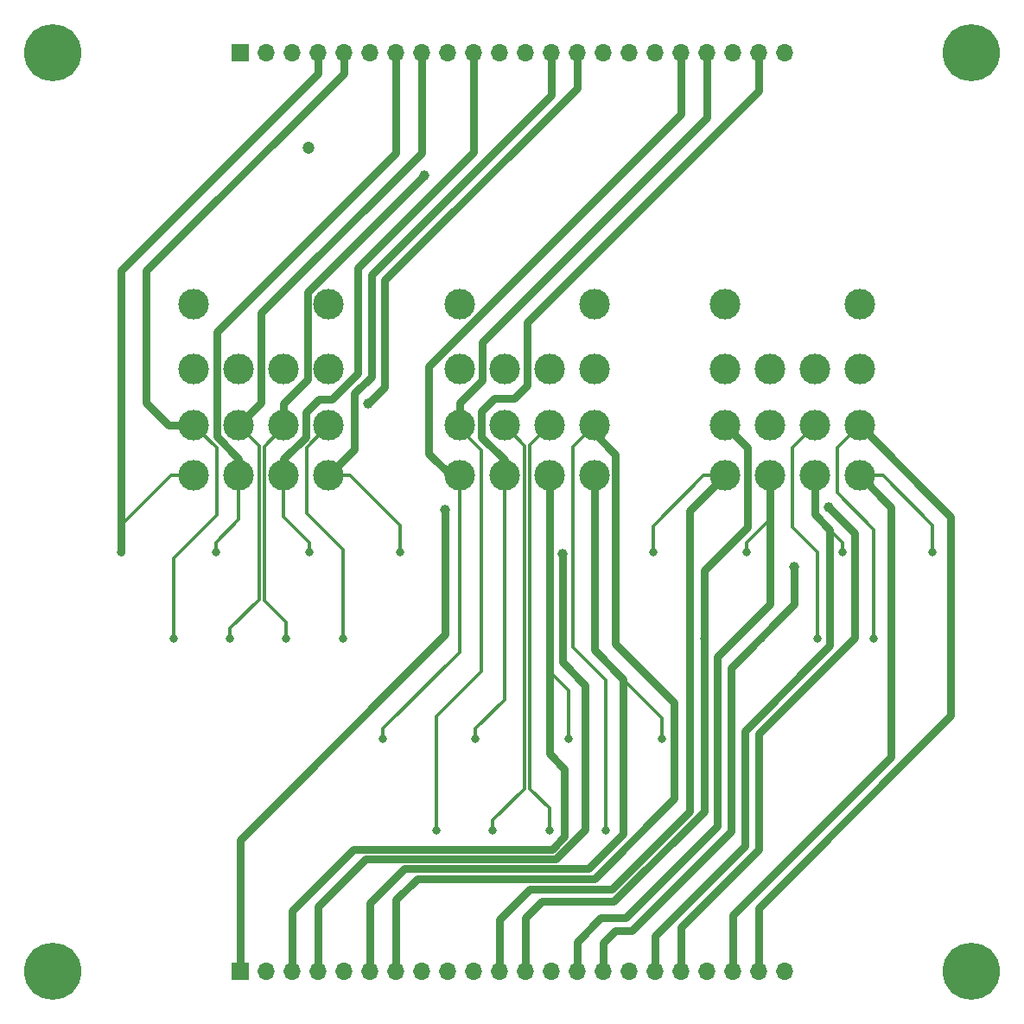
<source format=gbr>
%TF.GenerationSoftware,KiCad,Pcbnew,(5.1.9)-1*%
%TF.CreationDate,2021-11-07T00:19:35+01:00*%
%TF.ProjectId,RelayBoard,52656c61-7942-46f6-9172-642e6b696361,Version 1 *%
%TF.SameCoordinates,Original*%
%TF.FileFunction,Copper,L3,Inr*%
%TF.FilePolarity,Positive*%
%FSLAX46Y46*%
G04 Gerber Fmt 4.6, Leading zero omitted, Abs format (unit mm)*
G04 Created by KiCad (PCBNEW (5.1.9)-1) date 2021-11-07 00:19:35*
%MOMM*%
%LPD*%
G01*
G04 APERTURE LIST*
%TA.AperFunction,ComponentPad*%
%ADD10C,5.600000*%
%TD*%
%TA.AperFunction,ComponentPad*%
%ADD11R,1.700000X1.700000*%
%TD*%
%TA.AperFunction,ComponentPad*%
%ADD12O,1.700000X1.700000*%
%TD*%
%TA.AperFunction,ComponentPad*%
%ADD13C,3.000000*%
%TD*%
%TA.AperFunction,ViaPad*%
%ADD14C,0.800000*%
%TD*%
%TA.AperFunction,ViaPad*%
%ADD15C,1.000000*%
%TD*%
%TA.AperFunction,ViaPad*%
%ADD16C,1.200000*%
%TD*%
%TA.AperFunction,Conductor*%
%ADD17C,0.300000*%
%TD*%
%TA.AperFunction,Conductor*%
%ADD18C,0.750000*%
%TD*%
%TA.AperFunction,Conductor*%
%ADD19C,0.500000*%
%TD*%
G04 APERTURE END LIST*
D10*
%TO.N,N/C*%
%TO.C,H1*%
X155320000Y-100190000D03*
%TD*%
%TO.N,N/C*%
%TO.C,H2*%
X65320000Y-190190000D03*
%TD*%
%TO.N,N/C*%
%TO.C,H3*%
X65320000Y-100190000D03*
%TD*%
%TO.N,N/C*%
%TO.C,H4*%
X155320000Y-190190000D03*
%TD*%
D11*
%TO.N,R1+*%
%TO.C,1*%
X83665000Y-100215000D03*
D12*
%TO.N,R1-*%
X86205000Y-100215000D03*
%TO.N,COM1_1*%
X88745000Y-100215000D03*
%TO.N,NC1_1*%
X91285000Y-100215000D03*
%TO.N,NO1_1*%
X93825000Y-100215000D03*
%TO.N,COM1_2*%
X96365000Y-100215000D03*
%TO.N,NC1_2*%
X98905000Y-100215000D03*
%TO.N,NO1_2*%
X101445000Y-100215000D03*
%TO.N,COM1_3*%
X103985000Y-100215000D03*
%TO.N,NC1_3*%
X106525000Y-100215000D03*
%TO.N,NO1_3*%
X109065000Y-100215000D03*
%TO.N,COM1_4*%
X111605000Y-100215000D03*
%TO.N,NC1_4*%
X114145000Y-100215000D03*
%TO.N,NO1_4*%
X116685000Y-100215000D03*
%TO.N,R2+*%
X119225000Y-100215000D03*
%TO.N,R2-*%
X121765000Y-100215000D03*
%TO.N,COM2_1*%
X124305000Y-100215000D03*
%TO.N,NC2_1*%
X126845000Y-100215000D03*
%TO.N,NO2_1*%
X129385000Y-100215000D03*
%TO.N,COM2_2*%
X131925000Y-100215000D03*
%TO.N,NC2_2*%
X134465000Y-100215000D03*
%TO.N,G*%
X137005000Y-100215000D03*
%TD*%
%TO.N,G*%
%TO.C,44*%
X137005000Y-190215000D03*
%TO.N,NO3_4*%
X134465000Y-190215000D03*
%TO.N,NC3_4*%
X131925000Y-190215000D03*
%TO.N,COM3_4*%
X129385000Y-190215000D03*
%TO.N,NO3_3*%
X126845000Y-190215000D03*
%TO.N,NC3_3*%
X124305000Y-190215000D03*
%TO.N,COM3_3*%
X121765000Y-190215000D03*
%TO.N,NO3_2*%
X119225000Y-190215000D03*
%TO.N,NC3_2*%
X116685000Y-190215000D03*
%TO.N,COM3_2*%
X114145000Y-190215000D03*
%TO.N,NO3_1*%
X111605000Y-190215000D03*
%TO.N,NC3_1*%
X109065000Y-190215000D03*
%TO.N,COM3_1*%
X106525000Y-190215000D03*
%TO.N,R3-*%
X103985000Y-190215000D03*
%TO.N,R3+*%
X101445000Y-190215000D03*
%TO.N,NO2_4*%
X98905000Y-190215000D03*
%TO.N,NC2_4*%
X96365000Y-190215000D03*
%TO.N,COM2_4*%
X93825000Y-190215000D03*
%TO.N,NO2_3*%
X91285000Y-190215000D03*
%TO.N,NC2_3*%
X88745000Y-190215000D03*
%TO.N,COM2_3*%
X86205000Y-190215000D03*
D11*
%TO.N,NO2_2*%
X83665000Y-190215000D03*
%TD*%
D13*
%TO.N,NC1_1*%
%TO.C,K1*%
X79130001Y-141640001D03*
%TO.N,NC1_2*%
X83530001Y-141640001D03*
%TO.N,NC1_3*%
X87930001Y-141640001D03*
%TO.N,NC1_4*%
X92330001Y-141640001D03*
%TO.N,NO1_1*%
X79130001Y-136740001D03*
%TO.N,NO1_2*%
X83530001Y-136740001D03*
%TO.N,NO1_3*%
X87930001Y-136740001D03*
%TO.N,NO1_4*%
X92330001Y-136740001D03*
%TO.N,COM1_1*%
X79130001Y-131240001D03*
%TO.N,COM1_2*%
X83530001Y-131240001D03*
%TO.N,COM1_3*%
X87930001Y-131240001D03*
%TO.N,COM1_4*%
X92330001Y-131240001D03*
%TO.N,R1-*%
X79130001Y-124890001D03*
%TO.N,Net-(F1-Pad1)*%
X92330001Y-124890001D03*
%TD*%
%TO.N,Net-(F3-Pad1)*%
%TO.C,K3*%
X144350000Y-124890001D03*
%TO.N,R3-*%
X131150000Y-124890001D03*
%TO.N,COM3_4*%
X144350000Y-131240001D03*
%TO.N,COM3_3*%
X139950000Y-131240001D03*
%TO.N,COM3_2*%
X135550000Y-131240001D03*
%TO.N,COM3_1*%
X131150000Y-131240001D03*
%TO.N,NO3_4*%
X144350000Y-136740001D03*
%TO.N,NO3_3*%
X139950000Y-136740001D03*
%TO.N,NO3_2*%
X135550000Y-136740001D03*
%TO.N,NO3_1*%
X131150000Y-136740001D03*
%TO.N,NC3_4*%
X144350000Y-141640001D03*
%TO.N,NC3_3*%
X139950000Y-141640001D03*
%TO.N,NC3_2*%
X135550000Y-141640001D03*
%TO.N,NC3_1*%
X131150000Y-141640001D03*
%TD*%
%TO.N,NC2_1*%
%TO.C,K2*%
X105140000Y-141640001D03*
%TO.N,NC2_2*%
X109540000Y-141640001D03*
%TO.N,NC2_3*%
X113940000Y-141640001D03*
%TO.N,NC2_4*%
X118340000Y-141640001D03*
%TO.N,NO2_1*%
X105140000Y-136740001D03*
%TO.N,NO2_2*%
X109540000Y-136740001D03*
%TO.N,NO2_3*%
X113940000Y-136740001D03*
%TO.N,NO2_4*%
X118340000Y-136740001D03*
%TO.N,COM2_1*%
X105140000Y-131240001D03*
%TO.N,COM2_2*%
X109540000Y-131240001D03*
%TO.N,COM2_3*%
X113940000Y-131240001D03*
%TO.N,COM2_4*%
X118340000Y-131240001D03*
%TO.N,R2-*%
X105140000Y-124890001D03*
%TO.N,Net-(F2-Pad1)*%
X118340000Y-124890001D03*
%TD*%
D14*
%TO.N,NO1_2*%
X82660000Y-157640000D03*
%TO.N,NO1_1*%
X77120000Y-157640000D03*
X77120000Y-157640000D03*
%TO.N,NO1_3*%
X88190000Y-157640000D03*
D15*
X101680000Y-112210000D03*
D14*
%TO.N,NO1_4*%
X93720000Y-157640000D03*
D15*
X96230000Y-134610000D03*
D14*
%TO.N,NC1_2*%
X81280000Y-149190000D03*
%TO.N,NC1_1*%
X71980000Y-149190000D03*
%TO.N,NC1_3*%
X90420000Y-149190000D03*
%TO.N,NC1_4*%
X99370000Y-149190000D03*
%TO.N,NO3_2*%
X134680000Y-157580000D03*
D15*
X137940000Y-150580000D03*
D14*
%TO.N,NO3_1*%
X129120000Y-157580000D03*
%TO.N,NO3_3*%
X140210000Y-157580000D03*
D15*
X141360000Y-144760000D03*
D14*
%TO.N,NO3_4*%
X145750000Y-157580000D03*
%TO.N,NC3_2*%
X133300000Y-149190000D03*
%TO.N,NC3_3*%
X142660000Y-149190000D03*
%TO.N,NC3_4*%
X151500000Y-149190000D03*
%TO.N,NO2_2*%
X108410000Y-176430000D03*
D15*
X103740000Y-144980000D03*
D14*
%TO.N,NO2_1*%
X102870000Y-176430000D03*
%TO.N,NO2_3*%
X113940000Y-176430000D03*
D15*
X115210000Y-149330000D03*
D14*
%TO.N,NO2_4*%
X119470000Y-176430000D03*
%TO.N,NC2_2*%
X106700000Y-167460000D03*
%TO.N,NC2_1*%
X97640000Y-167460000D03*
%TO.N,NC2_3*%
X115880000Y-167460000D03*
%TO.N,NC2_4*%
X124980000Y-167460000D03*
D16*
%TO.N,R1+*%
X90340000Y-109560000D03*
D14*
%TO.N,NC3_1*%
X124150000Y-149190000D03*
%TD*%
D17*
%TO.N,NO1_2*%
X85529989Y-138739989D02*
X85529989Y-153770011D01*
X83530001Y-136740001D02*
X85529989Y-138739989D01*
X85529989Y-153770011D02*
X82660000Y-156640000D01*
D18*
X101445000Y-110015000D02*
X101445000Y-100215000D01*
X85740000Y-125720000D02*
X101445000Y-110015000D01*
X85740000Y-134530002D02*
X85740000Y-125720000D01*
X83530001Y-136740001D02*
X85740000Y-134530002D01*
D17*
X82660000Y-157640000D02*
X82660000Y-156640000D01*
D18*
%TO.N,NO1_1*%
X93825000Y-100215000D02*
X93825000Y-102235000D01*
X93825000Y-102235000D02*
X74470000Y-121590000D01*
X74470000Y-121590000D02*
X74470000Y-134530000D01*
X76680001Y-136740001D02*
X79130001Y-136740001D01*
X74470000Y-134530000D02*
X76680001Y-136740001D01*
D17*
X81340000Y-138950000D02*
X79130001Y-136740001D01*
X81340000Y-145550000D02*
X81340000Y-138950000D01*
X77120000Y-149770000D02*
X81340000Y-145550000D01*
X77120000Y-157640000D02*
X77120000Y-149770000D01*
D19*
%TO.N,NO1_3*%
X88210000Y-157630000D02*
X88210000Y-157630000D01*
D17*
X86030000Y-153890000D02*
X88190000Y-156050000D01*
X86030000Y-138790000D02*
X86030000Y-153890000D01*
X88190000Y-156050000D02*
X88190000Y-156640000D01*
X87930001Y-136889999D02*
X86030000Y-138790000D01*
X87930001Y-136740001D02*
X87930001Y-136889999D01*
D18*
X90255000Y-132236002D02*
X90255000Y-123635000D01*
X87930001Y-134561001D02*
X90255000Y-132236002D01*
X87930001Y-136740001D02*
X87930001Y-134561001D01*
X90255000Y-123635000D02*
X101680000Y-112210000D01*
X101680000Y-112210000D02*
X101680000Y-112210000D01*
D17*
X88190000Y-156640000D02*
X88190000Y-157640000D01*
%TO.N,NO1_4*%
X90170000Y-145360000D02*
X93720000Y-148910000D01*
X90170000Y-138900002D02*
X90170000Y-145360000D01*
X92330001Y-136740001D02*
X90170000Y-138900002D01*
D18*
X96230000Y-134610000D02*
X97830000Y-133010000D01*
X97830000Y-133010000D02*
X97830000Y-122510000D01*
X97830000Y-122510000D02*
X116685000Y-103655000D01*
X116685000Y-103655000D02*
X116685000Y-100215000D01*
D17*
X93720000Y-157640000D02*
X93720000Y-156430000D01*
X93720000Y-156430000D02*
X93720000Y-156640000D01*
X93720000Y-148910000D02*
X93720000Y-156430000D01*
%TO.N,NC1_2*%
X83530001Y-145939999D02*
X81280000Y-148190000D01*
X83530001Y-141640001D02*
X83530001Y-145939999D01*
D18*
X81340000Y-127570000D02*
X98905000Y-110005000D01*
X81340000Y-137840000D02*
X81340000Y-127570000D01*
X83530001Y-140030001D02*
X81340000Y-137840000D01*
X98905000Y-110005000D02*
X98905000Y-100215000D01*
X83530001Y-141640001D02*
X83530001Y-140030001D01*
D17*
X81280000Y-149190000D02*
X81280000Y-148190000D01*
%TO.N,NC1_1*%
X71980000Y-146540000D02*
X71980000Y-148190000D01*
X79130001Y-141640001D02*
X76879999Y-141640001D01*
D18*
X71980000Y-121570000D02*
X71980000Y-148190000D01*
X91285000Y-102265000D02*
X71980000Y-121570000D01*
X91285000Y-100215000D02*
X91285000Y-102265000D01*
D17*
X76879999Y-141640001D02*
X71980000Y-146540000D01*
D18*
X71980000Y-146540000D02*
X71980000Y-149190000D01*
D17*
%TO.N,NC1_3*%
X87930001Y-145700001D02*
X90420000Y-148190000D01*
X87930001Y-141640001D02*
X87930001Y-145700001D01*
D18*
X106525000Y-109975000D02*
X106525000Y-100215000D01*
X95170000Y-131600000D02*
X95170000Y-121330000D01*
X92620000Y-134150000D02*
X95170000Y-131600000D01*
X91370000Y-134150000D02*
X92620000Y-134150000D01*
X90090000Y-135430000D02*
X91370000Y-134150000D01*
X90090000Y-137870000D02*
X90090000Y-135430000D01*
X87930001Y-140029999D02*
X90090000Y-137870000D01*
X95170000Y-121330000D02*
X106525000Y-109975000D01*
X87930001Y-141640001D02*
X87930001Y-140029999D01*
D17*
X90420000Y-149190000D02*
X90420000Y-148190000D01*
%TO.N,NC1_4*%
X99370000Y-148190000D02*
X99370000Y-146560000D01*
X94450001Y-141640001D02*
X92330001Y-141640001D01*
X99370000Y-146560000D02*
X94450001Y-141640001D01*
D18*
X96530000Y-121980000D02*
X114145000Y-104365000D01*
X114145000Y-104365000D02*
X114145000Y-100215000D01*
X96530000Y-131960000D02*
X96530000Y-121980000D01*
X94880000Y-133610000D02*
X96530000Y-131960000D01*
X94880000Y-139090002D02*
X94880000Y-133610000D01*
X92330001Y-141640001D02*
X94880000Y-139090002D01*
D17*
X99370000Y-148190000D02*
X99370000Y-149190000D01*
%TO.N,NO3_2*%
X134690000Y-157570000D02*
X134650000Y-157570000D01*
D18*
X120440000Y-186200000D02*
X119225000Y-187415000D01*
X119225000Y-187415000D02*
X119225000Y-190215000D01*
X122037919Y-186200000D02*
X120440000Y-186200000D01*
X131750000Y-160460000D02*
X131750000Y-176487919D01*
X137940000Y-154270000D02*
X131750000Y-160460000D01*
X131750000Y-176487919D02*
X122037919Y-186200000D01*
X137940000Y-150580000D02*
X137940000Y-154270000D01*
D17*
%TO.N,NO3_1*%
X129120000Y-150910000D02*
X129120000Y-156580000D01*
X133200000Y-146830000D02*
X129120000Y-150910000D01*
X133200000Y-138790001D02*
X133200000Y-146830000D01*
X131150000Y-136740001D02*
X133200000Y-138790001D01*
D18*
X111605000Y-184995000D02*
X111605000Y-190215000D01*
X113210000Y-183390000D02*
X111605000Y-184995000D01*
X129095009Y-174514991D02*
X120220000Y-183390000D01*
X129095009Y-150951989D02*
X129095009Y-174514991D01*
X120220000Y-183390000D02*
X113210000Y-183390000D01*
X133330000Y-146716998D02*
X129095009Y-150951989D01*
X133330000Y-138920001D02*
X133330000Y-146716998D01*
X131150000Y-136740001D02*
X133330000Y-138920001D01*
%TO.N,NO3_3*%
X126845000Y-185885000D02*
X126845000Y-190215000D01*
X134480000Y-178250000D02*
X126845000Y-185885000D01*
X134480000Y-166920000D02*
X134480000Y-178250000D01*
X143900000Y-157500000D02*
X134480000Y-166920000D01*
X143900000Y-147300000D02*
X143900000Y-157500000D01*
X141360000Y-144760000D02*
X143900000Y-147300000D01*
D17*
X137780000Y-146690000D02*
X140210000Y-149120000D01*
X137780000Y-138910001D02*
X137780000Y-146690000D01*
X139950000Y-136740001D02*
X137780000Y-138910001D01*
X140210000Y-157580000D02*
X140210000Y-156240000D01*
X140210000Y-156240000D02*
X140210000Y-156580000D01*
X140210000Y-149120000D02*
X140210000Y-156240000D01*
%TO.N,NO3_4*%
X142150000Y-138940001D02*
X142150000Y-143330000D01*
X142150000Y-143330000D02*
X145750000Y-146930000D01*
X144350000Y-136740001D02*
X142150000Y-138940001D01*
D18*
X134465000Y-183995000D02*
X134465000Y-190215000D01*
X153280000Y-165180000D02*
X134465000Y-183995000D01*
X153280000Y-145670001D02*
X153280000Y-165180000D01*
X144350000Y-136740001D02*
X153280000Y-145670001D01*
D17*
X145750000Y-157580000D02*
X145750000Y-156050000D01*
X145750000Y-156050000D02*
X145750000Y-156580000D01*
X145750000Y-146930000D02*
X145750000Y-156050000D01*
D18*
%TO.N,NC3_2*%
X116685000Y-187295000D02*
X116685000Y-190215000D01*
X118980000Y-185000000D02*
X116685000Y-187295000D01*
X130430000Y-176030000D02*
X121460000Y-185000000D01*
X121460000Y-185000000D02*
X118980000Y-185000000D01*
X130430000Y-159386998D02*
X130430000Y-176030000D01*
X135550000Y-154266998D02*
X130430000Y-159386998D01*
X135550000Y-141640001D02*
X135550000Y-154266998D01*
D17*
X135550000Y-145940000D02*
X135550000Y-141640001D01*
X133300000Y-148190000D02*
X135550000Y-145940000D01*
X133300000Y-149190000D02*
X133300000Y-148190000D01*
%TO.N,NC3_3*%
X139950000Y-145480000D02*
X139950000Y-141640001D01*
X142660000Y-148190000D02*
X139950000Y-145480000D01*
X142660000Y-149190000D02*
X142660000Y-148190000D01*
D18*
X124305000Y-186755000D02*
X124305000Y-190215000D01*
X133090000Y-177970000D02*
X124305000Y-186755000D01*
X133090000Y-166640000D02*
X133090000Y-177970000D01*
X141449999Y-146919999D02*
X141449999Y-158280001D01*
X141449999Y-158280001D02*
X133090000Y-166640000D01*
X139970000Y-145440000D02*
X141449999Y-146919999D01*
X139970000Y-141660001D02*
X139970000Y-145440000D01*
X139950000Y-141640001D02*
X139970000Y-141660001D01*
D17*
%TO.N,NC3_4*%
X146640001Y-141640001D02*
X144350000Y-141640001D01*
X151500000Y-146500000D02*
X146640001Y-141640001D01*
X151500000Y-149190000D02*
X151500000Y-148000000D01*
X151500000Y-148000000D02*
X151500000Y-146500000D01*
X151500000Y-148190000D02*
X151500000Y-148000000D01*
D18*
X131925000Y-184735000D02*
X131925000Y-190215000D01*
X147430000Y-169230000D02*
X131925000Y-184735000D01*
X147430000Y-144720001D02*
X147430000Y-169230000D01*
X144350000Y-141640001D02*
X147430000Y-144720001D01*
D17*
%TO.N,NO2_2*%
X111499989Y-138699990D02*
X111499989Y-172340011D01*
X109540000Y-136740001D02*
X111499989Y-138699990D01*
X111499989Y-172340011D02*
X108410000Y-175430000D01*
D18*
X83665000Y-177305000D02*
X83665000Y-190215000D01*
X103740000Y-157230000D02*
X83665000Y-177305000D01*
X103740000Y-144980000D02*
X103740000Y-157230000D01*
D17*
X108410000Y-176430000D02*
X108410000Y-175430000D01*
D18*
%TO.N,NO2_1*%
X105150000Y-134530000D02*
X105150000Y-136730001D01*
X107350000Y-132330000D02*
X105150000Y-134530000D01*
X107350000Y-128560000D02*
X107350000Y-132330000D01*
X129385000Y-106525000D02*
X107350000Y-128560000D01*
X105150000Y-136730001D02*
X105140000Y-136740001D01*
X129385000Y-100215000D02*
X129385000Y-106525000D01*
D17*
X105140000Y-137050000D02*
X105140000Y-136740001D01*
X107290000Y-139200000D02*
X105140000Y-137050000D01*
X107290000Y-160820000D02*
X107290000Y-139200000D01*
X102870000Y-165240000D02*
X107290000Y-160820000D01*
X102870000Y-176430000D02*
X102870000Y-165240000D01*
%TO.N,NO2_3*%
X112000000Y-138680001D02*
X113940000Y-136740001D01*
X112000000Y-172310000D02*
X112000000Y-138680001D01*
X113940000Y-174250000D02*
X112000000Y-172310000D01*
X113940000Y-176430000D02*
X113940000Y-174250000D01*
D18*
X117490000Y-162200000D02*
X117490000Y-176303518D01*
X91285000Y-183875000D02*
X91285000Y-190215000D01*
X117490000Y-176303518D02*
X114603507Y-179190011D01*
X115210000Y-149330000D02*
X115210000Y-159920000D01*
X115210000Y-159920000D02*
X117490000Y-162200000D01*
X95969989Y-179190011D02*
X91285000Y-183875000D01*
X114603507Y-179190011D02*
X95969989Y-179190011D01*
D17*
%TO.N,NO2_4*%
X116270000Y-158460000D02*
X119470000Y-161660000D01*
X116270000Y-138810001D02*
X116270000Y-158460000D01*
X118340000Y-136740001D02*
X116270000Y-138810001D01*
X119470000Y-176430000D02*
X119470000Y-174870000D01*
X119470000Y-174870000D02*
X119470000Y-175430000D01*
X119470000Y-161660000D02*
X119470000Y-174870000D01*
D18*
X98905000Y-183215000D02*
X98905000Y-190215000D01*
X118360000Y-181120000D02*
X101000000Y-181120000D01*
X126200000Y-173280000D02*
X118360000Y-181120000D01*
X126200000Y-163890000D02*
X126200000Y-173280000D01*
X120415001Y-158105001D02*
X126200000Y-163890000D01*
X120415001Y-139545001D02*
X120415001Y-158105001D01*
X118340000Y-137470000D02*
X120415001Y-139545001D01*
X101000000Y-181120000D02*
X98905000Y-183215000D01*
X118340000Y-136740001D02*
X118340000Y-137470000D01*
D17*
%TO.N,NC2_2*%
X109540000Y-163620000D02*
X106700000Y-166460000D01*
X109540000Y-141640001D02*
X109540000Y-163620000D01*
D18*
X109540000Y-140114683D02*
X109540000Y-141640001D01*
X107330000Y-135320000D02*
X107330000Y-137904683D01*
X108550000Y-134100000D02*
X107330000Y-135320000D01*
X111740000Y-132840000D02*
X110480000Y-134100000D01*
X110480000Y-134100000D02*
X108550000Y-134100000D01*
X111740000Y-126610000D02*
X111740000Y-132840000D01*
X134440000Y-103910000D02*
X111740000Y-126610000D01*
X134440000Y-100240000D02*
X134440000Y-103910000D01*
X107330000Y-137904683D02*
X109540000Y-140114683D01*
X134465000Y-100215000D02*
X134440000Y-100240000D01*
D17*
X106700000Y-167460000D02*
X106700000Y-166460000D01*
%TO.N,NC2_1*%
X105140000Y-158960000D02*
X105140000Y-141640001D01*
X97640000Y-166460000D02*
X105140000Y-158960000D01*
D18*
X102130000Y-139470000D02*
X104300001Y-141640001D01*
X104300001Y-141640001D02*
X105140000Y-141640001D01*
X102130000Y-130971003D02*
X102130000Y-139470000D01*
X126845000Y-106256003D02*
X102130000Y-130971003D01*
X126845000Y-100215000D02*
X126845000Y-106256003D01*
D17*
X97640000Y-167460000D02*
X97640000Y-166460000D01*
%TO.N,NC2_3*%
X114140000Y-160970000D02*
X115880000Y-162710000D01*
X114140000Y-141840001D02*
X114140000Y-160970000D01*
X113940000Y-141640001D02*
X114140000Y-141840001D01*
X115880000Y-167460000D02*
X115880000Y-166730000D01*
X115880000Y-166730000D02*
X115880000Y-166310000D01*
X115880000Y-166310000D02*
X115880000Y-166460000D01*
X115880000Y-162710000D02*
X115880000Y-166310000D01*
D18*
X113940000Y-168880000D02*
X113940000Y-143761321D01*
X113940000Y-143761321D02*
X113940000Y-141640001D01*
X114210000Y-178240000D02*
X115450000Y-177000000D01*
X94790000Y-178240000D02*
X114210000Y-178240000D01*
X88745000Y-184285000D02*
X94790000Y-178240000D01*
X88745000Y-190215000D02*
X88745000Y-184285000D01*
X115450000Y-177000000D02*
X115450000Y-170390000D01*
X115450000Y-170390000D02*
X113940000Y-168880000D01*
%TO.N,NC2_4*%
X118340000Y-158720000D02*
X118340000Y-141640001D01*
X96365000Y-190215000D02*
X96365000Y-183505000D01*
X121190000Y-161570000D02*
X118340000Y-158720000D01*
X121190000Y-176760000D02*
X121190000Y-161570000D01*
X99729978Y-180140022D02*
X117809978Y-180140022D01*
X96365000Y-183505000D02*
X99729978Y-180140022D01*
X117809978Y-180140022D02*
X121190000Y-176760000D01*
D17*
X118340000Y-158780000D02*
X118340000Y-141640001D01*
X124980000Y-165420000D02*
X118340000Y-158780000D01*
X124980000Y-167460000D02*
X124980000Y-165420000D01*
%TO.N,NC3_1*%
X129089999Y-141640001D02*
X131150000Y-141640001D01*
X124150000Y-146580000D02*
X129089999Y-141640001D01*
D18*
X109065000Y-185105000D02*
X109065000Y-190215000D01*
X112030000Y-182140000D02*
X109065000Y-185105000D01*
X120070000Y-182140000D02*
X112030000Y-182140000D01*
X127690000Y-174520000D02*
X120070000Y-182140000D01*
X127690000Y-145100001D02*
X127690000Y-174520000D01*
X131150000Y-141640001D02*
X127690000Y-145100001D01*
D17*
X124150000Y-149190000D02*
X124150000Y-147990000D01*
X124150000Y-147990000D02*
X124150000Y-146580000D01*
X124150000Y-148190000D02*
X124150000Y-147990000D01*
%TD*%
M02*

</source>
